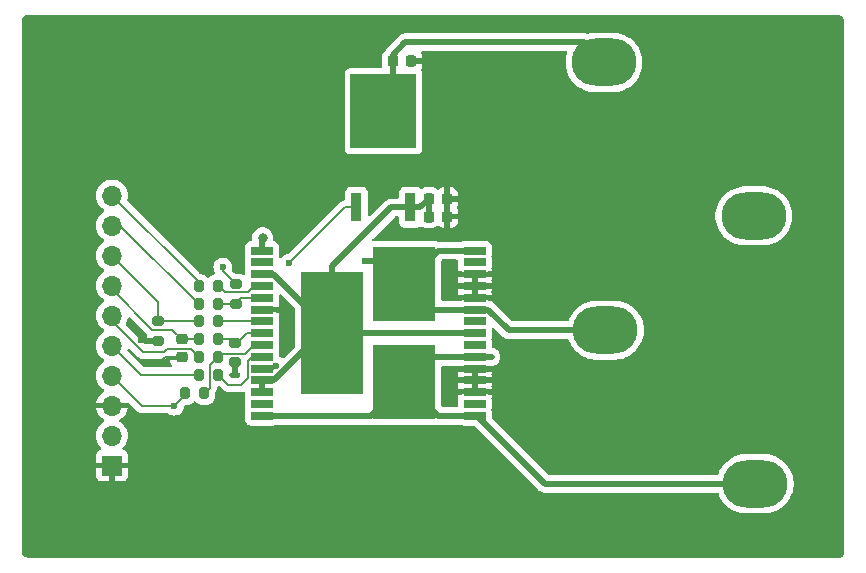
<source format=gbr>
%TF.GenerationSoftware,KiCad,Pcbnew,8.0.7*%
%TF.CreationDate,2025-03-12T19:14:50-04:00*%
%TF.ProjectId,small_hbridge,736d616c-6c5f-4686-9272-696467652e6b,rev?*%
%TF.SameCoordinates,Original*%
%TF.FileFunction,Copper,L1,Top*%
%TF.FilePolarity,Positive*%
%FSLAX46Y46*%
G04 Gerber Fmt 4.6, Leading zero omitted, Abs format (unit mm)*
G04 Created by KiCad (PCBNEW 8.0.7) date 2025-03-12 19:14:50*
%MOMM*%
%LPD*%
G01*
G04 APERTURE LIST*
G04 Aperture macros list*
%AMRoundRect*
0 Rectangle with rounded corners*
0 $1 Rounding radius*
0 $2 $3 $4 $5 $6 $7 $8 $9 X,Y pos of 4 corners*
0 Add a 4 corners polygon primitive as box body*
4,1,4,$2,$3,$4,$5,$6,$7,$8,$9,$2,$3,0*
0 Add four circle primitives for the rounded corners*
1,1,$1+$1,$2,$3*
1,1,$1+$1,$4,$5*
1,1,$1+$1,$6,$7*
1,1,$1+$1,$8,$9*
0 Add four rect primitives between the rounded corners*
20,1,$1+$1,$2,$3,$4,$5,0*
20,1,$1+$1,$4,$5,$6,$7,0*
20,1,$1+$1,$6,$7,$8,$9,0*
20,1,$1+$1,$8,$9,$2,$3,0*%
G04 Aperture macros list end*
%TA.AperFunction,SMDPad,CuDef*%
%ADD10RoundRect,0.200000X-0.200000X-0.275000X0.200000X-0.275000X0.200000X0.275000X-0.200000X0.275000X0*%
%TD*%
%TA.AperFunction,ComponentPad*%
%ADD11O,5.500000X4.000000*%
%TD*%
%TA.AperFunction,SMDPad,CuDef*%
%ADD12RoundRect,0.225000X0.225000X0.250000X-0.225000X0.250000X-0.225000X-0.250000X0.225000X-0.250000X0*%
%TD*%
%TA.AperFunction,SMDPad,CuDef*%
%ADD13RoundRect,0.225000X-0.250000X0.225000X-0.250000X-0.225000X0.250000X-0.225000X0.250000X0.225000X0*%
%TD*%
%TA.AperFunction,SMDPad,CuDef*%
%ADD14RoundRect,0.200000X0.275000X-0.200000X0.275000X0.200000X-0.275000X0.200000X-0.275000X-0.200000X0*%
%TD*%
%TA.AperFunction,SMDPad,CuDef*%
%ADD15R,0.939800X2.489200*%
%TD*%
%TA.AperFunction,SMDPad,CuDef*%
%ADD16R,5.562600X6.299200*%
%TD*%
%TA.AperFunction,ComponentPad*%
%ADD17R,1.700000X1.700000*%
%TD*%
%TA.AperFunction,ComponentPad*%
%ADD18O,1.700000X1.700000*%
%TD*%
%TA.AperFunction,SMDPad,CuDef*%
%ADD19R,1.854200X0.635000*%
%TD*%
%TA.AperFunction,SMDPad,CuDef*%
%ADD20R,5.257800X10.300000*%
%TD*%
%TA.AperFunction,SMDPad,CuDef*%
%ADD21R,5.257800X6.223000*%
%TD*%
%TA.AperFunction,ViaPad*%
%ADD22C,0.600000*%
%TD*%
%TA.AperFunction,ViaPad*%
%ADD23C,0.800000*%
%TD*%
%TA.AperFunction,Conductor*%
%ADD24C,0.200000*%
%TD*%
%TA.AperFunction,Conductor*%
%ADD25C,0.500000*%
%TD*%
G04 APERTURE END LIST*
D10*
%TO.P,R10,1*%
%TO.N,VDD*%
X159718549Y-94625001D03*
%TO.P,R10,2*%
%TO.N,Net-(U1-ENB{slash}DIAGB)*%
X161368549Y-94625001D03*
%TD*%
D11*
%TO.P,J1,1,Pin_1*%
%TO.N,OUTA*%
X195318500Y-89289000D03*
%TO.P,J1,2,Pin_2*%
%TO.N,OUTB*%
X207998500Y-102289000D03*
%TD*%
D10*
%TO.P,R4,1*%
%TO.N,INB*%
X160868549Y-93050001D03*
%TO.P,R4,2*%
%TO.N,Net-(U1-INB)*%
X162518549Y-93050001D03*
%TD*%
%TO.P,R6,1*%
%TO.N,CURRSNS*%
X160868549Y-90050001D03*
%TO.P,R6,2*%
%TO.N,Net-(U1-CS)*%
X162518549Y-90050001D03*
%TD*%
D11*
%TO.P,J2,1,Pin_1*%
%TO.N,12v*%
X195195000Y-66625000D03*
%TO.P,J2,2,Pin_2*%
%TO.N,GNDPWR*%
X207875000Y-79625000D03*
%TD*%
D10*
%TO.P,R5,1*%
%TO.N,PWM*%
X160868549Y-88550001D03*
%TO.P,R5,2*%
%TO.N,Net-(U1-PWM)*%
X162518549Y-88550001D03*
%TD*%
D12*
%TO.P,C4,1*%
%TO.N,GND*%
X181918549Y-78175001D03*
%TO.P,C4,2*%
%TO.N,12v'*%
X180368549Y-78175001D03*
%TD*%
D10*
%TO.P,R2,1*%
%TO.N,ENB*%
X160868549Y-91525001D03*
%TO.P,R2,2*%
%TO.N,Net-(U1-ENB{slash}DIAGB)*%
X162518549Y-91525001D03*
%TD*%
%TO.P,R1,1*%
%TO.N,ENA*%
X160868549Y-87050001D03*
%TO.P,R1,2*%
%TO.N,Net-(U1-ENA{slash}DIAGA)*%
X162518549Y-87050001D03*
%TD*%
%TO.P,R3,1*%
%TO.N,INA*%
X160868549Y-85550001D03*
%TO.P,R3,2*%
%TO.N,Net-(U1-INA)*%
X162518549Y-85550001D03*
%TD*%
D13*
%TO.P,C2,1*%
%TO.N,CURRSNS*%
X159443549Y-90050001D03*
%TO.P,C2,2*%
%TO.N,GND*%
X159443549Y-91600001D03*
%TD*%
D14*
%TO.P,R9,1*%
%TO.N,Net-(U1-ENA{slash}DIAGA)*%
X163993549Y-87050001D03*
%TO.P,R9,2*%
%TO.N,VDD*%
X163993549Y-85400001D03*
%TD*%
D12*
%TO.P,C5,1*%
%TO.N,GND*%
X178868549Y-66500001D03*
%TO.P,C5,2*%
%TO.N,12v*%
X177318549Y-66500001D03*
%TD*%
D14*
%TO.P,R7,1*%
%TO.N,GND*%
X163968549Y-92025001D03*
%TO.P,R7,2*%
%TO.N,Net-(U1-CS)*%
X163968549Y-90375001D03*
%TD*%
D12*
%TO.P,C3,1*%
%TO.N,GND*%
X181918549Y-79675001D03*
%TO.P,C3,2*%
%TO.N,12v'*%
X180368549Y-79675001D03*
%TD*%
D15*
%TO.P,U2,1,1*%
%TO.N,Net-(U1-CP)*%
X174232549Y-78904201D03*
%TO.P,U2,2,2*%
%TO.N,12v'*%
X178804549Y-78904201D03*
D16*
%TO.P,U2,3,3*%
%TO.N,12v*%
X176518549Y-70750801D03*
%TD*%
D14*
%TO.P,R8,1*%
%TO.N,GND*%
X157443549Y-90200001D03*
%TO.P,R8,2*%
%TO.N,PWM*%
X157443549Y-88550001D03*
%TD*%
D17*
%TO.P,J4,1,Pin_1*%
%TO.N,GND*%
X153525000Y-100755000D03*
D18*
%TO.P,J4,2,Pin_2*%
%TO.N,unconnected-(J4-Pin_2-Pad2)*%
X153525000Y-98215000D03*
%TO.P,J4,3,Pin_3*%
%TO.N,GND*%
X153525000Y-95675000D03*
%TO.P,J4,4,Pin_4*%
%TO.N,VDD*%
X153525000Y-93135000D03*
%TO.P,J4,5,Pin_5*%
%TO.N,INB*%
X153525000Y-90595000D03*
%TO.P,J4,6,Pin_6*%
%TO.N,ENB*%
X153525000Y-88055000D03*
%TO.P,J4,7,Pin_7*%
%TO.N,CURRSNS*%
X153525000Y-85515000D03*
%TO.P,J4,8,Pin_8*%
%TO.N,PWM*%
X153525000Y-82975000D03*
%TO.P,J4,9,Pin_9*%
%TO.N,ENA*%
X153525000Y-80435000D03*
%TO.P,J4,10,Pin_10*%
%TO.N,INA*%
X153525000Y-77895000D03*
%TD*%
D19*
%TO.P,U1,1,OUTA*%
%TO.N,OUTA*%
X166243549Y-82550001D03*
%TO.P,U1,2,NC*%
%TO.N,unconnected-(U1-NC-Pad2)*%
X166243549Y-83549999D03*
%TO.P,U1,3,VCC*%
%TO.N,12v'*%
X166243549Y-84550000D03*
%TO.P,U1,4,INA*%
%TO.N,Net-(U1-INA)*%
X166243549Y-85550000D03*
%TO.P,U1,5,ENA/DIAGA*%
%TO.N,Net-(U1-ENA{slash}DIAGA)*%
X166243549Y-86550001D03*
%TO.P,U1,6,CS_DIS*%
%TO.N,GND*%
X166243549Y-87549999D03*
%TO.P,U1,7,PWM*%
%TO.N,Net-(U1-PWM)*%
X166243549Y-88549999D03*
%TO.P,U1,8,CS*%
%TO.N,Net-(U1-CS)*%
X166243549Y-89550000D03*
%TO.P,U1,9,ENB/DIAGB*%
%TO.N,Net-(U1-ENB{slash}DIAGB)*%
X166243549Y-90550001D03*
%TO.P,U1,10,INB*%
%TO.N,Net-(U1-INB)*%
X166243549Y-91550001D03*
%TO.P,U1,11,CP*%
%TO.N,Net-(U1-CP)*%
X166243549Y-92549999D03*
%TO.P,U1,12,VBAT*%
%TO.N,12v'*%
X166243549Y-93550000D03*
%TO.P,U1,13,VCC*%
X166243549Y-94550000D03*
%TO.P,U1,14,NC*%
%TO.N,unconnected-(U1-NC-Pad14)*%
X166243549Y-95550001D03*
%TO.P,U1,15,OUTB*%
%TO.N,OUTB*%
X166243549Y-96550001D03*
%TO.P,U1,16,OUTB*%
X184252149Y-96549999D03*
%TO.P,U1,17,NC*%
%TO.N,unconnected-(U1-NC-Pad17)*%
X184252149Y-95550001D03*
%TO.P,U1,18,GNDB*%
%TO.N,GND*%
X184252149Y-94550000D03*
%TO.P,U1,19,GNDB*%
X184252149Y-93550000D03*
%TO.P,U1,20,GNDB*%
X184252149Y-92549999D03*
%TO.P,U1,21,OUTB*%
%TO.N,OUTB*%
X184252149Y-91550001D03*
%TO.P,U1,22,NC*%
%TO.N,unconnected-(U1-NC-Pad22)*%
X184252149Y-90550001D03*
%TO.P,U1,23,VCC*%
%TO.N,12v'*%
X184252149Y-89550000D03*
%TO.P,U1,24,NC*%
%TO.N,unconnected-(U1-NC-Pad24)*%
X184252149Y-88549999D03*
%TO.P,U1,25,OUTA*%
%TO.N,OUTA*%
X184252149Y-87549999D03*
%TO.P,U1,26,GNDA*%
%TO.N,GND*%
X184252149Y-86550001D03*
%TO.P,U1,27,GNDA*%
X184252149Y-85550000D03*
%TO.P,U1,28,GNDA*%
X184252149Y-84550000D03*
%TO.P,U1,29,NC*%
%TO.N,unconnected-(U1-NC-Pad29)*%
X184252149Y-83549999D03*
%TO.P,U1,30,OUTA*%
%TO.N,OUTA*%
X184252149Y-82549999D03*
D20*
%TO.P,U1,31,VCC*%
%TO.N,12v'*%
X172197850Y-89550000D03*
D21*
%TO.P,U1,32,OUTA*%
%TO.N,OUTA*%
X178297848Y-85385000D03*
%TO.P,U1,33,OUTB*%
%TO.N,OUTB*%
X178297848Y-93715000D03*
%TD*%
D22*
%TO.N,GND*%
X157568549Y-92025001D03*
X168268549Y-87725001D03*
X163968549Y-93125001D03*
X155968549Y-90125001D03*
%TO.N,OUTA*%
X174943549Y-83475001D03*
D23*
X166293549Y-81475001D03*
D22*
%TO.N,VDD*%
X158818549Y-95725001D03*
X162918549Y-83950001D03*
%TO.N,Net-(U1-CP)*%
X167438218Y-92294670D03*
X168531049Y-83637501D03*
%TD*%
D24*
%TO.N,GND*%
X159443549Y-91600001D02*
X157993549Y-91600001D01*
X156043549Y-90200001D02*
X155968549Y-90125001D01*
X157443549Y-90200001D02*
X156043549Y-90200001D01*
X163968549Y-92025001D02*
X163968549Y-93125001D01*
X168093547Y-87549999D02*
X168268549Y-87725001D01*
X157993549Y-91600001D02*
X157568549Y-92025001D01*
X166243549Y-87549999D02*
X168093547Y-87549999D01*
D25*
%TO.N,12v'*%
X172197850Y-89550000D02*
X171243549Y-89550000D01*
X166243549Y-93550000D02*
X166243549Y-94550000D01*
X172197850Y-89550000D02*
X167197850Y-84550000D01*
X177193649Y-78904201D02*
X178804549Y-78904201D01*
X180368549Y-78175001D02*
X180368549Y-79675001D01*
X172197850Y-89550000D02*
X184252149Y-89550000D01*
X179639349Y-78904201D02*
X180368549Y-78175001D01*
X178804549Y-78904201D02*
X179639349Y-78904201D01*
X171243549Y-89550000D02*
X167243549Y-93550000D01*
X172197850Y-83900000D02*
X177193649Y-78904201D01*
X167243549Y-93550000D02*
X166243549Y-93550000D01*
X172197850Y-89550000D02*
X172197850Y-83900000D01*
X167197850Y-84550000D02*
X166243549Y-84550000D01*
D24*
%TO.N,12v*%
X195195000Y-66625000D02*
X194470000Y-65900000D01*
D25*
X177318549Y-66500001D02*
X177318549Y-69950801D01*
X178368549Y-64925001D02*
X193495001Y-64925001D01*
X194470000Y-65900000D02*
X193670000Y-65100000D01*
X177318549Y-69950801D02*
X176518549Y-70750801D01*
X178368549Y-64925001D02*
X177318549Y-65975001D01*
X193495001Y-64925001D02*
X195195000Y-66625000D01*
X177318549Y-65975001D02*
X177318549Y-66500001D01*
%TO.N,OUTB*%
X180462847Y-91550001D02*
X184252149Y-91550001D01*
X175462847Y-96550001D02*
X178297848Y-93715000D01*
X184252149Y-96549999D02*
X184435699Y-96549999D01*
X181132847Y-96549999D02*
X178297848Y-93715000D01*
X166243549Y-96550001D02*
X175462847Y-96550001D01*
X184252149Y-91550001D02*
X185679249Y-91550001D01*
D24*
X178297848Y-93715000D02*
X180462847Y-91550001D01*
D25*
X184435699Y-96549999D02*
X190174700Y-102289000D01*
X184252149Y-96549999D02*
X181132847Y-96549999D01*
X190174700Y-102289000D02*
X207998500Y-102289000D01*
%TO.N,OUTA*%
X187118250Y-89289000D02*
X195318500Y-89289000D01*
X176387849Y-83475001D02*
X178297848Y-85385000D01*
X178297848Y-85385000D02*
X181132849Y-82549999D01*
D24*
X166243549Y-81525001D02*
X166293549Y-81475001D01*
D25*
X185379249Y-87549999D02*
X187118250Y-89289000D01*
X181132849Y-82549999D02*
X184252149Y-82549999D01*
X180462847Y-87549999D02*
X184252149Y-87549999D01*
D24*
X178297848Y-85385000D02*
X180462847Y-87549999D01*
D25*
X166243549Y-82550001D02*
X166243549Y-81525001D01*
X174943549Y-83475001D02*
X176387849Y-83475001D01*
X184252149Y-87549999D02*
X185379249Y-87549999D01*
D24*
%TO.N,CURRSNS*%
X153525000Y-85515000D02*
X153525000Y-85819100D01*
X159443549Y-90050001D02*
X160868549Y-90050001D01*
X156955901Y-89250001D02*
X158643549Y-89250001D01*
X158643549Y-89250001D02*
X159443549Y-90050001D01*
X153525000Y-85819100D02*
X156955901Y-89250001D01*
%TO.N,ENB*%
X160193549Y-90850001D02*
X160868549Y-91525001D01*
X156120020Y-91125001D02*
X157918549Y-91125001D01*
X157918549Y-91125001D02*
X158193549Y-90850001D01*
X158193549Y-90850001D02*
X160193549Y-90850001D01*
X153525000Y-88529981D02*
X156120020Y-91125001D01*
X153525000Y-88055000D02*
X153525000Y-88529981D01*
%TO.N,INB*%
X155980001Y-93050001D02*
X160868549Y-93050001D01*
X153525000Y-90595000D02*
X155980001Y-93050001D01*
%TO.N,ENA*%
X154253548Y-80435000D02*
X160868549Y-87050001D01*
X153525000Y-80435000D02*
X154253548Y-80435000D01*
%TO.N,VDD*%
X162918549Y-84325001D02*
X163993549Y-85400001D01*
X159718549Y-94625001D02*
X159718549Y-94825001D01*
X159718549Y-94825001D02*
X158818549Y-95725001D01*
X162918549Y-83950001D02*
X162918549Y-84325001D01*
X153525000Y-93135000D02*
X156115001Y-95725001D01*
X156115001Y-95725001D02*
X158818549Y-95725001D01*
%TO.N,INA*%
X153525000Y-77895000D02*
X160868549Y-85238549D01*
X160868549Y-85238549D02*
X160868549Y-85550001D01*
%TO.N,PWM*%
X157443549Y-86893549D02*
X153525000Y-82975000D01*
X157443549Y-88550001D02*
X160868549Y-88550001D01*
X157443549Y-88550001D02*
X157443549Y-86893549D01*
%TO.N,Net-(U1-ENA{slash}DIAGA)*%
X163993549Y-87050001D02*
X164493549Y-86550001D01*
X164493549Y-86550001D02*
X166243549Y-86550001D01*
X162518549Y-87050001D02*
X163993549Y-87050001D01*
%TO.N,Net-(U1-ENB{slash}DIAGB)*%
X164793549Y-91325001D02*
X165568549Y-90550001D01*
X161368549Y-94625001D02*
X161818549Y-94175001D01*
X161818549Y-92225001D02*
X162518549Y-91525001D01*
X162718549Y-91325001D02*
X164793549Y-91325001D01*
X161818549Y-94175001D02*
X161818549Y-92225001D01*
X165568549Y-90550001D02*
X166243549Y-90550001D01*
X162518549Y-91525001D02*
X162718549Y-91325001D01*
%TO.N,Net-(U1-INA)*%
X163068549Y-86100001D02*
X165018549Y-86100001D01*
X166243548Y-85550001D02*
X166243549Y-85550000D01*
X165018549Y-86100001D02*
X165568550Y-85550000D01*
X162518549Y-85550001D02*
X163068549Y-86100001D01*
X165568550Y-85550000D02*
X166243549Y-85550000D01*
%TO.N,Net-(U1-INB)*%
X165016449Y-91932499D02*
X165398947Y-91550001D01*
X165398947Y-91550001D02*
X166243549Y-91550001D01*
X163393549Y-93925001D02*
X164468549Y-93925001D01*
X162518549Y-93050001D02*
X163393549Y-93925001D01*
X165016449Y-93377101D02*
X165016449Y-91932499D01*
X164468549Y-93925001D02*
X165016449Y-93377101D01*
%TO.N,Net-(U1-PWM)*%
X166243547Y-88550001D02*
X166243549Y-88549999D01*
X162518549Y-88550001D02*
X166243547Y-88550001D01*
%TO.N,Net-(U1-CS)*%
X164118549Y-90375001D02*
X164943550Y-89550000D01*
X164943550Y-89550000D02*
X166243549Y-89550000D01*
X162518549Y-90050001D02*
X163643549Y-90050001D01*
X163643549Y-90050001D02*
X163968549Y-90375001D01*
X163968549Y-90375001D02*
X164118549Y-90375001D01*
%TO.N,Net-(U1-CP)*%
X173264349Y-78904201D02*
X174232549Y-78904201D01*
X168531049Y-83637501D02*
X173264349Y-78904201D01*
X166243549Y-92549999D02*
X167182889Y-92549999D01*
X167182889Y-92549999D02*
X167438218Y-92294670D01*
%TD*%
%TA.AperFunction,Conductor*%
%TO.N,GND*%
G36*
X164161588Y-92044686D02*
G01*
X164207343Y-92097490D01*
X164218549Y-92149001D01*
X164218549Y-92925000D01*
X164291949Y-92925000D01*
X164358988Y-92944685D01*
X164404743Y-92997489D01*
X164415949Y-93049000D01*
X164415949Y-93077003D01*
X164396264Y-93144042D01*
X164379634Y-93164679D01*
X164256131Y-93288183D01*
X164194811Y-93321667D01*
X164168452Y-93324501D01*
X163693646Y-93324501D01*
X163626607Y-93304816D01*
X163605965Y-93288182D01*
X163455368Y-93137585D01*
X163421883Y-93076262D01*
X163419049Y-93049904D01*
X163419049Y-93040367D01*
X163438734Y-92973328D01*
X163491538Y-92927573D01*
X163560696Y-92917629D01*
X163566173Y-92918567D01*
X163636967Y-92925000D01*
X163718548Y-92924999D01*
X163718549Y-92924999D01*
X163718549Y-92149001D01*
X163738234Y-92081962D01*
X163791038Y-92036207D01*
X163842549Y-92025001D01*
X164094549Y-92025001D01*
X164161588Y-92044686D01*
G37*
%TD.AperFunction*%
%TA.AperFunction,Conductor*%
G36*
X154997601Y-90864380D02*
G01*
X155036472Y-90890688D01*
X155635159Y-91489375D01*
X155635169Y-91489386D01*
X155639499Y-91493716D01*
X155639500Y-91493717D01*
X155751304Y-91605521D01*
X155751306Y-91605522D01*
X155751310Y-91605525D01*
X155867105Y-91672378D01*
X155888236Y-91684578D01*
X156000039Y-91714535D01*
X156040962Y-91725501D01*
X156040963Y-91725501D01*
X157831880Y-91725501D01*
X157831896Y-91725502D01*
X157839492Y-91725502D01*
X157997603Y-91725502D01*
X157997606Y-91725502D01*
X158150334Y-91684578D01*
X158220322Y-91644170D01*
X158220830Y-91643877D01*
X158287258Y-91605525D01*
X158287257Y-91605525D01*
X158287265Y-91605521D01*
X158399069Y-91493717D01*
X158399069Y-91493716D01*
X158405966Y-91486820D01*
X158467289Y-91453335D01*
X158493647Y-91450501D01*
X159319549Y-91450501D01*
X159386588Y-91470186D01*
X159432343Y-91522990D01*
X159443549Y-91574501D01*
X159443549Y-91726001D01*
X159423864Y-91793040D01*
X159371060Y-91838795D01*
X159319549Y-91850001D01*
X158468550Y-91850001D01*
X158468550Y-91873323D01*
X158478693Y-91972608D01*
X158532001Y-92133482D01*
X158532006Y-92133493D01*
X158610287Y-92260404D01*
X158628728Y-92327796D01*
X158607806Y-92394459D01*
X158554164Y-92439229D01*
X158504749Y-92449501D01*
X156280099Y-92449501D01*
X156213060Y-92429816D01*
X156192418Y-92413182D01*
X154857766Y-91078531D01*
X154824281Y-91017208D01*
X154825672Y-90958759D01*
X154829016Y-90946278D01*
X154865379Y-90886617D01*
X154928226Y-90856086D01*
X154997601Y-90864380D01*
G37*
%TD.AperFunction*%
%TA.AperFunction,Conductor*%
G36*
X167876351Y-86290315D02*
G01*
X167882829Y-86296347D01*
X169032131Y-87445649D01*
X169065616Y-87506972D01*
X169068450Y-87533330D01*
X169068450Y-90612368D01*
X169048765Y-90679407D01*
X169032131Y-90700049D01*
X168088302Y-91643877D01*
X168026979Y-91677362D01*
X167957287Y-91672378D01*
X167934649Y-91661190D01*
X167787742Y-91568882D01*
X167787741Y-91568881D01*
X167754192Y-91557142D01*
X167697417Y-91516420D01*
X167671670Y-91451467D01*
X167671148Y-91440101D01*
X167671148Y-91184630D01*
X167671147Y-91184624D01*
X167668115Y-91156416D01*
X167664740Y-91125018D01*
X167664739Y-91125015D01*
X167652923Y-91093334D01*
X167647938Y-91023643D01*
X167652920Y-91006671D01*
X167664740Y-90974984D01*
X167671149Y-90915374D01*
X167671148Y-90184629D01*
X167664740Y-90125018D01*
X167663818Y-90122545D01*
X167652923Y-90093334D01*
X167647938Y-90023643D01*
X167652919Y-90006676D01*
X167664740Y-89974983D01*
X167671149Y-89915373D01*
X167671148Y-89184628D01*
X167664740Y-89125017D01*
X167661942Y-89117515D01*
X167652923Y-89093333D01*
X167647938Y-89023642D01*
X167652919Y-89006675D01*
X167664740Y-88974982D01*
X167671149Y-88915372D01*
X167671148Y-88184627D01*
X167664740Y-88125016D01*
X167652655Y-88092616D01*
X167647670Y-88022928D01*
X167652657Y-88005945D01*
X167664247Y-87974873D01*
X167670648Y-87915343D01*
X167670649Y-87915326D01*
X167670649Y-87799999D01*
X167465315Y-87799999D01*
X167422325Y-87789023D01*
X167421289Y-87791803D01*
X167412982Y-87788704D01*
X167412980Y-87788703D01*
X167308421Y-87749705D01*
X167278130Y-87738407D01*
X167218532Y-87732000D01*
X167218530Y-87731999D01*
X167218522Y-87731999D01*
X167218514Y-87731999D01*
X166367549Y-87731999D01*
X166300510Y-87712314D01*
X166254755Y-87659510D01*
X166243549Y-87607999D01*
X166243549Y-87492000D01*
X166263234Y-87424961D01*
X166316038Y-87379206D01*
X166367546Y-87368000D01*
X167218521Y-87368000D01*
X167278132Y-87361592D01*
X167421290Y-87308198D01*
X167422323Y-87310970D01*
X167465321Y-87299999D01*
X167670649Y-87299999D01*
X167670649Y-87184671D01*
X167670648Y-87184654D01*
X167664247Y-87125126D01*
X167664245Y-87125118D01*
X167652657Y-87094049D01*
X167647672Y-87024357D01*
X167652651Y-87007393D01*
X167664740Y-86974984D01*
X167671149Y-86915374D01*
X167671148Y-86384027D01*
X167690832Y-86316989D01*
X167743636Y-86271234D01*
X167812795Y-86261290D01*
X167876351Y-86290315D01*
G37*
%TD.AperFunction*%
%TA.AperFunction,Conductor*%
G36*
X155071184Y-88214519D02*
G01*
X155783059Y-88926395D01*
X156482441Y-89625777D01*
X156515926Y-89687100D01*
X156513146Y-89750348D01*
X156474957Y-89872899D01*
X156468549Y-89943428D01*
X156468549Y-89950001D01*
X157319549Y-89950001D01*
X157386588Y-89969686D01*
X157432343Y-90022490D01*
X157443549Y-90074001D01*
X157443549Y-90326001D01*
X157423864Y-90393040D01*
X157371060Y-90438795D01*
X157319549Y-90450001D01*
X156468106Y-90450001D01*
X156407758Y-90482953D01*
X156338067Y-90477967D01*
X156293721Y-90449467D01*
X154721648Y-88877394D01*
X154688163Y-88816071D01*
X154693147Y-88746379D01*
X154696947Y-88737308D01*
X154733997Y-88657853D01*
X154798903Y-88518663D01*
X154860063Y-88290408D01*
X154860064Y-88290395D01*
X154861002Y-88285079D01*
X154862356Y-88285317D01*
X154885417Y-88226339D01*
X154942002Y-88185352D01*
X155011764Y-88181464D01*
X155071184Y-88214519D01*
G37*
%TD.AperFunction*%
%TA.AperFunction,Conductor*%
G36*
X146466246Y-62576255D02*
G01*
X146466248Y-62576254D01*
X215018398Y-62624788D01*
X215032274Y-62625577D01*
X215122567Y-62635811D01*
X215149622Y-62642003D01*
X215228777Y-62669750D01*
X215253776Y-62681805D01*
X215324770Y-62726458D01*
X215346463Y-62743771D01*
X215405753Y-62803102D01*
X215423051Y-62824807D01*
X215467656Y-62895835D01*
X215479693Y-62920843D01*
X215507382Y-63000010D01*
X215513556Y-63027069D01*
X215523721Y-63117315D01*
X215524500Y-63131194D01*
X215524500Y-108025793D01*
X215524499Y-108025811D01*
X215524499Y-108092327D01*
X215523719Y-108106215D01*
X215513531Y-108196607D01*
X215507346Y-108223692D01*
X215479609Y-108302920D01*
X215467552Y-108327944D01*
X215422871Y-108399016D01*
X215405543Y-108420731D01*
X215346164Y-108480068D01*
X215324438Y-108497380D01*
X215253335Y-108542012D01*
X215228302Y-108554052D01*
X215188676Y-108567893D01*
X215149047Y-108581735D01*
X215121969Y-108587899D01*
X215031625Y-108598017D01*
X215017750Y-108598787D01*
X214960753Y-108598746D01*
X214958754Y-108598745D01*
X214958751Y-108598745D01*
X214958749Y-108598744D01*
X146406599Y-108550210D01*
X146392723Y-108549421D01*
X146302433Y-108539188D01*
X146275377Y-108532996D01*
X146196222Y-108505249D01*
X146171223Y-108493194D01*
X146100229Y-108448541D01*
X146078536Y-108431228D01*
X146019246Y-108371897D01*
X146001948Y-108350192D01*
X145987976Y-108327944D01*
X145957342Y-108279163D01*
X145945306Y-108254156D01*
X145930035Y-108210495D01*
X145917616Y-108174987D01*
X145911443Y-108147929D01*
X145901279Y-108057682D01*
X145900500Y-108043804D01*
X145900500Y-77894999D01*
X152169341Y-77894999D01*
X152169341Y-77895000D01*
X152189936Y-78130403D01*
X152189938Y-78130413D01*
X152251094Y-78358655D01*
X152251096Y-78358659D01*
X152251097Y-78358663D01*
X152281416Y-78423682D01*
X152350965Y-78572830D01*
X152350967Y-78572834D01*
X152486501Y-78766395D01*
X152486506Y-78766402D01*
X152653597Y-78933493D01*
X152653603Y-78933498D01*
X152839158Y-79063425D01*
X152882783Y-79118002D01*
X152889977Y-79187500D01*
X152858454Y-79249855D01*
X152839158Y-79266575D01*
X152653597Y-79396505D01*
X152486505Y-79563597D01*
X152350965Y-79757169D01*
X152350964Y-79757171D01*
X152251098Y-79971335D01*
X152251094Y-79971344D01*
X152189938Y-80199586D01*
X152189936Y-80199596D01*
X152169341Y-80434999D01*
X152169341Y-80435000D01*
X152189936Y-80670403D01*
X152189938Y-80670413D01*
X152251094Y-80898655D01*
X152251096Y-80898659D01*
X152251097Y-80898663D01*
X152271672Y-80942786D01*
X152350965Y-81112830D01*
X152350967Y-81112834D01*
X152459281Y-81267521D01*
X152477698Y-81293824D01*
X152486501Y-81306395D01*
X152486506Y-81306402D01*
X152653597Y-81473493D01*
X152653603Y-81473498D01*
X152839158Y-81603425D01*
X152882783Y-81658002D01*
X152889977Y-81727500D01*
X152858454Y-81789855D01*
X152839158Y-81806575D01*
X152653597Y-81936505D01*
X152486505Y-82103597D01*
X152350965Y-82297169D01*
X152350964Y-82297171D01*
X152251098Y-82511335D01*
X152251094Y-82511344D01*
X152189938Y-82739586D01*
X152189936Y-82739596D01*
X152169341Y-82974999D01*
X152169341Y-82975000D01*
X152189936Y-83210403D01*
X152189938Y-83210413D01*
X152251094Y-83438655D01*
X152251096Y-83438659D01*
X152251097Y-83438663D01*
X152300452Y-83544505D01*
X152350965Y-83652830D01*
X152350967Y-83652834D01*
X152424503Y-83757853D01*
X152472277Y-83826082D01*
X152486501Y-83846395D01*
X152486506Y-83846402D01*
X152653597Y-84013493D01*
X152653603Y-84013498D01*
X152839158Y-84143425D01*
X152882783Y-84198002D01*
X152889977Y-84267500D01*
X152858454Y-84329855D01*
X152839158Y-84346575D01*
X152653597Y-84476505D01*
X152486505Y-84643597D01*
X152350965Y-84837169D01*
X152350964Y-84837171D01*
X152251098Y-85051335D01*
X152251094Y-85051344D01*
X152189938Y-85279586D01*
X152189936Y-85279596D01*
X152169341Y-85514999D01*
X152169341Y-85515000D01*
X152189936Y-85750403D01*
X152189938Y-85750413D01*
X152251094Y-85978655D01*
X152251096Y-85978659D01*
X152251097Y-85978663D01*
X152302940Y-86089840D01*
X152350965Y-86192830D01*
X152350967Y-86192834D01*
X152423448Y-86296347D01*
X152484843Y-86384028D01*
X152486501Y-86386395D01*
X152486506Y-86386402D01*
X152653597Y-86553493D01*
X152653603Y-86553498D01*
X152839158Y-86683425D01*
X152882783Y-86738002D01*
X152889977Y-86807500D01*
X152858454Y-86869855D01*
X152839158Y-86886575D01*
X152653597Y-87016505D01*
X152486505Y-87183597D01*
X152350965Y-87377169D01*
X152350964Y-87377171D01*
X152251098Y-87591335D01*
X152251094Y-87591344D01*
X152189938Y-87819586D01*
X152189936Y-87819596D01*
X152169341Y-88054999D01*
X152169341Y-88055000D01*
X152189936Y-88290403D01*
X152189938Y-88290413D01*
X152251094Y-88518655D01*
X152251096Y-88518659D01*
X152251097Y-88518663D01*
X152316003Y-88657853D01*
X152350965Y-88732830D01*
X152350967Y-88732834D01*
X152409251Y-88816071D01*
X152478782Y-88915372D01*
X152486501Y-88926395D01*
X152486506Y-88926402D01*
X152653597Y-89093493D01*
X152653603Y-89093498D01*
X152839158Y-89223425D01*
X152882783Y-89278002D01*
X152889977Y-89347500D01*
X152858454Y-89409855D01*
X152839158Y-89426575D01*
X152653597Y-89556505D01*
X152486505Y-89723597D01*
X152350965Y-89917169D01*
X152350964Y-89917171D01*
X152251098Y-90131335D01*
X152251094Y-90131344D01*
X152189938Y-90359586D01*
X152189936Y-90359596D01*
X152169341Y-90594999D01*
X152169341Y-90595000D01*
X152189936Y-90830403D01*
X152189938Y-90830413D01*
X152251094Y-91058655D01*
X152251096Y-91058659D01*
X152251097Y-91058663D01*
X152282038Y-91125015D01*
X152350965Y-91272830D01*
X152350967Y-91272834D01*
X152486501Y-91466395D01*
X152486506Y-91466402D01*
X152653597Y-91633493D01*
X152653603Y-91633498D01*
X152839158Y-91763425D01*
X152882783Y-91818002D01*
X152889977Y-91887500D01*
X152858454Y-91949855D01*
X152839158Y-91966575D01*
X152653597Y-92096505D01*
X152486505Y-92263597D01*
X152350965Y-92457169D01*
X152350964Y-92457171D01*
X152251098Y-92671335D01*
X152251094Y-92671344D01*
X152189938Y-92899586D01*
X152189936Y-92899596D01*
X152169341Y-93134999D01*
X152169341Y-93135000D01*
X152189936Y-93370403D01*
X152189938Y-93370413D01*
X152251094Y-93598655D01*
X152251096Y-93598659D01*
X152251097Y-93598663D01*
X152278564Y-93657565D01*
X152350965Y-93812830D01*
X152350967Y-93812834D01*
X152486501Y-94006395D01*
X152486506Y-94006402D01*
X152653597Y-94173493D01*
X152653603Y-94173498D01*
X152741403Y-94234976D01*
X152825289Y-94293714D01*
X152839594Y-94303730D01*
X152883219Y-94358307D01*
X152890413Y-94427805D01*
X152858890Y-94490160D01*
X152839595Y-94506880D01*
X152653922Y-94636890D01*
X152653920Y-94636891D01*
X152486891Y-94803920D01*
X152486886Y-94803926D01*
X152351400Y-94997420D01*
X152351399Y-94997422D01*
X152251570Y-95211507D01*
X152251567Y-95211513D01*
X152194364Y-95424999D01*
X152194364Y-95425000D01*
X153091988Y-95425000D01*
X153059075Y-95482007D01*
X153025000Y-95609174D01*
X153025000Y-95740826D01*
X153059075Y-95867993D01*
X153091988Y-95925000D01*
X152194364Y-95925000D01*
X152251567Y-96138486D01*
X152251570Y-96138492D01*
X152351399Y-96352578D01*
X152486894Y-96546082D01*
X152653917Y-96713105D01*
X152839595Y-96843119D01*
X152883219Y-96897696D01*
X152890412Y-96967195D01*
X152858890Y-97029549D01*
X152839595Y-97046269D01*
X152653594Y-97176508D01*
X152486505Y-97343597D01*
X152350965Y-97537169D01*
X152350964Y-97537171D01*
X152251098Y-97751335D01*
X152251094Y-97751344D01*
X152189938Y-97979586D01*
X152189936Y-97979596D01*
X152169341Y-98214999D01*
X152169341Y-98215000D01*
X152189936Y-98450403D01*
X152189938Y-98450413D01*
X152251094Y-98678655D01*
X152251096Y-98678659D01*
X152251097Y-98678663D01*
X152350965Y-98892830D01*
X152350967Y-98892834D01*
X152459281Y-99047521D01*
X152486501Y-99086396D01*
X152486506Y-99086402D01*
X152608818Y-99208714D01*
X152642303Y-99270037D01*
X152637319Y-99339729D01*
X152595447Y-99395662D01*
X152564471Y-99412577D01*
X152432912Y-99461646D01*
X152432906Y-99461649D01*
X152317812Y-99547809D01*
X152317809Y-99547812D01*
X152231649Y-99662906D01*
X152231645Y-99662913D01*
X152181403Y-99797620D01*
X152181401Y-99797627D01*
X152175000Y-99857155D01*
X152175000Y-100505000D01*
X153091988Y-100505000D01*
X153059075Y-100562007D01*
X153025000Y-100689174D01*
X153025000Y-100820826D01*
X153059075Y-100947993D01*
X153091988Y-101005000D01*
X152175000Y-101005000D01*
X152175000Y-101652844D01*
X152181401Y-101712372D01*
X152181403Y-101712379D01*
X152231645Y-101847086D01*
X152231649Y-101847093D01*
X152317809Y-101962187D01*
X152317812Y-101962190D01*
X152432906Y-102048350D01*
X152432913Y-102048354D01*
X152567620Y-102098596D01*
X152567627Y-102098598D01*
X152627155Y-102104999D01*
X152627172Y-102105000D01*
X153275000Y-102105000D01*
X153275000Y-101188012D01*
X153332007Y-101220925D01*
X153459174Y-101255000D01*
X153590826Y-101255000D01*
X153717993Y-101220925D01*
X153775000Y-101188012D01*
X153775000Y-102105000D01*
X154422828Y-102105000D01*
X154422844Y-102104999D01*
X154482372Y-102098598D01*
X154482379Y-102098596D01*
X154617086Y-102048354D01*
X154617093Y-102048350D01*
X154732187Y-101962190D01*
X154732190Y-101962187D01*
X154818350Y-101847093D01*
X154818354Y-101847086D01*
X154868596Y-101712379D01*
X154868598Y-101712372D01*
X154874999Y-101652844D01*
X154875000Y-101652827D01*
X154875000Y-101005000D01*
X153958012Y-101005000D01*
X153990925Y-100947993D01*
X154025000Y-100820826D01*
X154025000Y-100689174D01*
X153990925Y-100562007D01*
X153958012Y-100505000D01*
X154875000Y-100505000D01*
X154875000Y-99857172D01*
X154874999Y-99857155D01*
X154868598Y-99797627D01*
X154868596Y-99797620D01*
X154818354Y-99662913D01*
X154818350Y-99662906D01*
X154732190Y-99547812D01*
X154732187Y-99547809D01*
X154617093Y-99461649D01*
X154617088Y-99461646D01*
X154485528Y-99412577D01*
X154429595Y-99370705D01*
X154405178Y-99305241D01*
X154420030Y-99236968D01*
X154441175Y-99208720D01*
X154563495Y-99086401D01*
X154699035Y-98892830D01*
X154798903Y-98678663D01*
X154860063Y-98450408D01*
X154880659Y-98215000D01*
X154860063Y-97979592D01*
X154798903Y-97751337D01*
X154699035Y-97537171D01*
X154594363Y-97387682D01*
X154563494Y-97343597D01*
X154396402Y-97176506D01*
X154396401Y-97176505D01*
X154210405Y-97046269D01*
X154166781Y-96991692D01*
X154159588Y-96922193D01*
X154191110Y-96859839D01*
X154210405Y-96843119D01*
X154396082Y-96713105D01*
X154563105Y-96546082D01*
X154698600Y-96352578D01*
X154798429Y-96138492D01*
X154798432Y-96138486D01*
X154855636Y-95925000D01*
X153958012Y-95925000D01*
X153990925Y-95867993D01*
X154025000Y-95740826D01*
X154025000Y-95609174D01*
X153990925Y-95482007D01*
X153958012Y-95425000D01*
X154914402Y-95425000D01*
X154981441Y-95444685D01*
X155002083Y-95461319D01*
X155746285Y-96205521D01*
X155746287Y-96205522D01*
X155746291Y-96205525D01*
X155883210Y-96284574D01*
X155883217Y-96284578D01*
X156035944Y-96325502D01*
X156035946Y-96325502D01*
X156201655Y-96325502D01*
X156201671Y-96325501D01*
X158236137Y-96325501D01*
X158303176Y-96345186D01*
X158313452Y-96352556D01*
X158316285Y-96354815D01*
X158316287Y-96354817D01*
X158469027Y-96450790D01*
X158639294Y-96510369D01*
X158639299Y-96510370D01*
X158818545Y-96530566D01*
X158818549Y-96530566D01*
X158818553Y-96530566D01*
X158997798Y-96510370D01*
X158997801Y-96510369D01*
X158997804Y-96510369D01*
X159168071Y-96450790D01*
X159320811Y-96354817D01*
X159448365Y-96227263D01*
X159544338Y-96074523D01*
X159603917Y-95904256D01*
X159613710Y-95817330D01*
X159640775Y-95752919D01*
X159649239Y-95743545D01*
X159755966Y-95636819D01*
X159817289Y-95603335D01*
X159843646Y-95600501D01*
X159975162Y-95600501D01*
X159975165Y-95600501D01*
X160045745Y-95594087D01*
X160208155Y-95543479D01*
X160353734Y-95455473D01*
X160384208Y-95424999D01*
X160455868Y-95353340D01*
X160517191Y-95319855D01*
X160586883Y-95324839D01*
X160631230Y-95353340D01*
X160733360Y-95455470D01*
X160733362Y-95455471D01*
X160733364Y-95455473D01*
X160878943Y-95543479D01*
X161041353Y-95594087D01*
X161111933Y-95600501D01*
X161111936Y-95600501D01*
X161625162Y-95600501D01*
X161625165Y-95600501D01*
X161695745Y-95594087D01*
X161858155Y-95543479D01*
X162003734Y-95455473D01*
X162124021Y-95335186D01*
X162212027Y-95189607D01*
X162262635Y-95027197D01*
X162269049Y-94956617D01*
X162269049Y-94624931D01*
X162288734Y-94557892D01*
X162294677Y-94549439D01*
X162299061Y-94543724D01*
X162299069Y-94543717D01*
X162349547Y-94456285D01*
X162378126Y-94406786D01*
X162419049Y-94254058D01*
X162419049Y-94149501D01*
X162438734Y-94082462D01*
X162491538Y-94036707D01*
X162543049Y-94025501D01*
X162593452Y-94025501D01*
X162660491Y-94045186D01*
X162681133Y-94061820D01*
X162908688Y-94289375D01*
X162908698Y-94289386D01*
X162913028Y-94293716D01*
X162913029Y-94293717D01*
X163024833Y-94405521D01*
X163111644Y-94455640D01*
X163111646Y-94455642D01*
X163136624Y-94470063D01*
X163161764Y-94484578D01*
X163314492Y-94525502D01*
X163314495Y-94525502D01*
X163480202Y-94525502D01*
X163480218Y-94525501D01*
X164381880Y-94525501D01*
X164381896Y-94525502D01*
X164389492Y-94525502D01*
X164547604Y-94525502D01*
X164547606Y-94525502D01*
X164659856Y-94495424D01*
X164729704Y-94497086D01*
X164787567Y-94536247D01*
X164815072Y-94600476D01*
X164815949Y-94615198D01*
X164815949Y-94915369D01*
X164815950Y-94915376D01*
X164822357Y-94974983D01*
X164834175Y-95006668D01*
X164839159Y-95076360D01*
X164834176Y-95093331D01*
X164822357Y-95125019D01*
X164816984Y-95175000D01*
X164815950Y-95184624D01*
X164815949Y-95184637D01*
X164815949Y-95915371D01*
X164815950Y-95915377D01*
X164822357Y-95974983D01*
X164824977Y-95982007D01*
X164834173Y-96006663D01*
X164834175Y-96006667D01*
X164839159Y-96076359D01*
X164834175Y-96093332D01*
X164822359Y-96125012D01*
X164822359Y-96125015D01*
X164822358Y-96125018D01*
X164815949Y-96184628D01*
X164815949Y-96184635D01*
X164815949Y-96184636D01*
X164815949Y-96915371D01*
X164815950Y-96915377D01*
X164822357Y-96974984D01*
X164872651Y-97109829D01*
X164872655Y-97109836D01*
X164958901Y-97225045D01*
X164958904Y-97225048D01*
X165074113Y-97311294D01*
X165074120Y-97311298D01*
X165208966Y-97361592D01*
X165208965Y-97361592D01*
X165215893Y-97362336D01*
X165268576Y-97368001D01*
X167218521Y-97368000D01*
X167278132Y-97361592D01*
X167370881Y-97326999D01*
X167420965Y-97308319D01*
X167464298Y-97300501D01*
X175388930Y-97300501D01*
X175485229Y-97300501D01*
X175528561Y-97308318D01*
X175561465Y-97320591D01*
X175621075Y-97327000D01*
X180974620Y-97326999D01*
X181034231Y-97320591D01*
X181067139Y-97308316D01*
X181110472Y-97300499D01*
X181206764Y-97300499D01*
X183031400Y-97300499D01*
X183074733Y-97308317D01*
X183217566Y-97361590D01*
X183217565Y-97361590D01*
X183224493Y-97362334D01*
X183277176Y-97367999D01*
X184140968Y-97367998D01*
X184208007Y-97387682D01*
X184228649Y-97404317D01*
X189696286Y-102871954D01*
X189725758Y-102891645D01*
X189769970Y-102921186D01*
X189819205Y-102954084D01*
X189819206Y-102954084D01*
X189819207Y-102954085D01*
X189819209Y-102954086D01*
X189955782Y-103010656D01*
X189955787Y-103010658D01*
X189955791Y-103010658D01*
X189955792Y-103010659D01*
X190100779Y-103039500D01*
X190100782Y-103039500D01*
X190100783Y-103039500D01*
X190248617Y-103039500D01*
X204773966Y-103039500D01*
X204841005Y-103059185D01*
X204886760Y-103111989D01*
X204891007Y-103122545D01*
X204934700Y-103247411D01*
X205056553Y-103500442D01*
X205056555Y-103500445D01*
X205205977Y-103738248D01*
X205381084Y-103957825D01*
X205579675Y-104156416D01*
X205799252Y-104331523D01*
X206037055Y-104480945D01*
X206290092Y-104602801D01*
X206489180Y-104672465D01*
X206555170Y-104695556D01*
X206555182Y-104695560D01*
X206828991Y-104758055D01*
X206828997Y-104758055D01*
X206829005Y-104758057D01*
X207015047Y-104779018D01*
X207108069Y-104789499D01*
X207108072Y-104789500D01*
X207108075Y-104789500D01*
X208888928Y-104789500D01*
X208888929Y-104789499D01*
X209031555Y-104773429D01*
X209167994Y-104758057D01*
X209167999Y-104758056D01*
X209168009Y-104758055D01*
X209441818Y-104695560D01*
X209706908Y-104602801D01*
X209959945Y-104480945D01*
X210197748Y-104331523D01*
X210417325Y-104156416D01*
X210615916Y-103957825D01*
X210791023Y-103738248D01*
X210940445Y-103500445D01*
X211062301Y-103247408D01*
X211155060Y-102982318D01*
X211217555Y-102708509D01*
X211249000Y-102429425D01*
X211249000Y-102148575D01*
X211217555Y-101869491D01*
X211155060Y-101595682D01*
X211134868Y-101537978D01*
X211105992Y-101455455D01*
X211062301Y-101330592D01*
X210940445Y-101077555D01*
X210791023Y-100839752D01*
X210615916Y-100620175D01*
X210417325Y-100421584D01*
X210197748Y-100246477D01*
X209959945Y-100097055D01*
X209959942Y-100097053D01*
X209706911Y-99975200D01*
X209441829Y-99882443D01*
X209441817Y-99882439D01*
X209168012Y-99819945D01*
X209167994Y-99819942D01*
X208888931Y-99788500D01*
X208888925Y-99788500D01*
X207108075Y-99788500D01*
X207108068Y-99788500D01*
X206829005Y-99819942D01*
X206828987Y-99819945D01*
X206555182Y-99882439D01*
X206555170Y-99882443D01*
X206290088Y-99975200D01*
X206037057Y-100097053D01*
X205799253Y-100246476D01*
X205579675Y-100421583D01*
X205381083Y-100620175D01*
X205205976Y-100839753D01*
X205056553Y-101077557D01*
X204934700Y-101330588D01*
X204891007Y-101455455D01*
X204850285Y-101512231D01*
X204785333Y-101537978D01*
X204773966Y-101538500D01*
X190536930Y-101538500D01*
X190469891Y-101518815D01*
X190449249Y-101502181D01*
X185716067Y-96768999D01*
X185682582Y-96707676D01*
X185679748Y-96681318D01*
X185679748Y-96184628D01*
X185679747Y-96184622D01*
X185673340Y-96125015D01*
X185661523Y-96093335D01*
X185656537Y-96023644D01*
X185661518Y-96006677D01*
X185673340Y-95974984D01*
X185679749Y-95915374D01*
X185679748Y-95184629D01*
X185673340Y-95125018D01*
X185673338Y-95125013D01*
X185662213Y-95095185D01*
X185661255Y-95092618D01*
X185656270Y-95022929D01*
X185661256Y-95005948D01*
X185672847Y-94974872D01*
X185679248Y-94915344D01*
X185679249Y-94915327D01*
X185679249Y-94800000D01*
X185473915Y-94800000D01*
X185430926Y-94789024D01*
X185429890Y-94791804D01*
X185286731Y-94738409D01*
X185286732Y-94738409D01*
X185227132Y-94732002D01*
X185227130Y-94732001D01*
X185227122Y-94732001D01*
X185227114Y-94732001D01*
X183277178Y-94732001D01*
X183277172Y-94732002D01*
X183217565Y-94738409D01*
X183074408Y-94791804D01*
X183073371Y-94789024D01*
X183030383Y-94800000D01*
X182825049Y-94800000D01*
X182825049Y-94915344D01*
X182831450Y-94974872D01*
X182831453Y-94974883D01*
X182843041Y-95005953D01*
X182848025Y-95075645D01*
X182843042Y-95092615D01*
X182830959Y-95125013D01*
X182830959Y-95125015D01*
X182830958Y-95125018D01*
X182824549Y-95184628D01*
X182824549Y-95482007D01*
X182824550Y-95675499D01*
X182804866Y-95742538D01*
X182752062Y-95788293D01*
X182700550Y-95799499D01*
X181551247Y-95799499D01*
X181484208Y-95779814D01*
X181438453Y-95727010D01*
X181427247Y-95675499D01*
X181427247Y-93915344D01*
X182825049Y-93915344D01*
X182831450Y-93974872D01*
X182831452Y-93974879D01*
X182843308Y-94006667D01*
X182848292Y-94076359D01*
X182843308Y-94093333D01*
X182831452Y-94125120D01*
X182831450Y-94125127D01*
X182825049Y-94184655D01*
X182825049Y-94300000D01*
X184002149Y-94300000D01*
X184502149Y-94300000D01*
X185679249Y-94300000D01*
X185679249Y-94184672D01*
X185679248Y-94184655D01*
X185672847Y-94125123D01*
X185660990Y-94093336D01*
X185656004Y-94023645D01*
X185660990Y-94006664D01*
X185672847Y-93974876D01*
X185679248Y-93915344D01*
X185679249Y-93915327D01*
X185679249Y-93800000D01*
X184502149Y-93800000D01*
X184502149Y-94300000D01*
X184002149Y-94300000D01*
X184002149Y-93800000D01*
X182825049Y-93800000D01*
X182825049Y-93915344D01*
X181427247Y-93915344D01*
X181427247Y-92915343D01*
X182825049Y-92915343D01*
X182831450Y-92974871D01*
X182831452Y-92974878D01*
X182843308Y-93006666D01*
X182848292Y-93076358D01*
X182843309Y-93093330D01*
X182831450Y-93125125D01*
X182825049Y-93184655D01*
X182825049Y-93300000D01*
X184002149Y-93300000D01*
X184502149Y-93300000D01*
X185679249Y-93300000D01*
X185679249Y-93184672D01*
X185679248Y-93184655D01*
X185672847Y-93125127D01*
X185672845Y-93125119D01*
X185660990Y-93093334D01*
X185656005Y-93023642D01*
X185660990Y-93006663D01*
X185672847Y-92974875D01*
X185679248Y-92915343D01*
X185679249Y-92915326D01*
X185679249Y-92799999D01*
X184502149Y-92799999D01*
X184502149Y-93300000D01*
X184002149Y-93300000D01*
X184002149Y-92799999D01*
X182825049Y-92799999D01*
X182825049Y-92915343D01*
X181427247Y-92915343D01*
X181427247Y-92424501D01*
X181446932Y-92357462D01*
X181499736Y-92311707D01*
X181551247Y-92300501D01*
X183031400Y-92300501D01*
X183074733Y-92308319D01*
X183217566Y-92361592D01*
X183217565Y-92361592D01*
X183224493Y-92362336D01*
X183277176Y-92368001D01*
X185227121Y-92368000D01*
X185286732Y-92361592D01*
X185420481Y-92311707D01*
X185429565Y-92308319D01*
X185472898Y-92300501D01*
X185753169Y-92300501D01*
X185850711Y-92281097D01*
X185898162Y-92271659D01*
X186034744Y-92215085D01*
X186157665Y-92132952D01*
X186262200Y-92028417D01*
X186344333Y-91905496D01*
X186400907Y-91768914D01*
X186420110Y-91672378D01*
X186429749Y-91623921D01*
X186429749Y-91476080D01*
X186400908Y-91331093D01*
X186400907Y-91331092D01*
X186400907Y-91331088D01*
X186400905Y-91331083D01*
X186344336Y-91194512D01*
X186344329Y-91194499D01*
X186262200Y-91071585D01*
X186262197Y-91071581D01*
X186157668Y-90967052D01*
X186157664Y-90967049D01*
X186034750Y-90884920D01*
X186034737Y-90884913D01*
X185898166Y-90828344D01*
X185898157Y-90828341D01*
X185779555Y-90804749D01*
X185717645Y-90772363D01*
X185683071Y-90711647D01*
X185679748Y-90683138D01*
X185679748Y-90184629D01*
X185673340Y-90125018D01*
X185672418Y-90122545D01*
X185661523Y-90093334D01*
X185656538Y-90023643D01*
X185661519Y-90006676D01*
X185673340Y-89974983D01*
X185679749Y-89915373D01*
X185679748Y-89211227D01*
X185699432Y-89144189D01*
X185752236Y-89098434D01*
X185821395Y-89088490D01*
X185884951Y-89117515D01*
X185891429Y-89123547D01*
X186639836Y-89871954D01*
X186673302Y-89894314D01*
X186690036Y-89905495D01*
X186762755Y-89954084D01*
X186762756Y-89954084D01*
X186762757Y-89954085D01*
X186889699Y-90006666D01*
X186899337Y-90010658D01*
X186899341Y-90010658D01*
X186899342Y-90010659D01*
X187044329Y-90039500D01*
X187044332Y-90039500D01*
X187044333Y-90039500D01*
X187192168Y-90039500D01*
X192093966Y-90039500D01*
X192161005Y-90059185D01*
X192206760Y-90111989D01*
X192211007Y-90122545D01*
X192254700Y-90247411D01*
X192376553Y-90500442D01*
X192422775Y-90574004D01*
X192525977Y-90738248D01*
X192647544Y-90890688D01*
X192691875Y-90946278D01*
X192701084Y-90957825D01*
X192899675Y-91156416D01*
X193119252Y-91331523D01*
X193357055Y-91480945D01*
X193610092Y-91602801D01*
X193728321Y-91644171D01*
X193875170Y-91695556D01*
X193875182Y-91695560D01*
X194148991Y-91758055D01*
X194148997Y-91758055D01*
X194149005Y-91758057D01*
X194335047Y-91779018D01*
X194428069Y-91789499D01*
X194428072Y-91789500D01*
X194428075Y-91789500D01*
X196208928Y-91789500D01*
X196208929Y-91789499D01*
X196351555Y-91773429D01*
X196487994Y-91758057D01*
X196487999Y-91758056D01*
X196488009Y-91758055D01*
X196761818Y-91695560D01*
X197026908Y-91602801D01*
X197279945Y-91480945D01*
X197517748Y-91331523D01*
X197737325Y-91156416D01*
X197935916Y-90957825D01*
X198111023Y-90738248D01*
X198260445Y-90500445D01*
X198382301Y-90247408D01*
X198475060Y-89982318D01*
X198537555Y-89708509D01*
X198569000Y-89429425D01*
X198569000Y-89148575D01*
X198549441Y-88974981D01*
X198537557Y-88869505D01*
X198537554Y-88869487D01*
X198509455Y-88746379D01*
X198475060Y-88595682D01*
X198454868Y-88537978D01*
X198397136Y-88372988D01*
X198382301Y-88330592D01*
X198283301Y-88125016D01*
X198260446Y-88077557D01*
X198260445Y-88077555D01*
X198111023Y-87839752D01*
X197935916Y-87620175D01*
X197737325Y-87421584D01*
X197517748Y-87246477D01*
X197324607Y-87125118D01*
X197279942Y-87097053D01*
X197026911Y-86975200D01*
X196761829Y-86882443D01*
X196761817Y-86882439D01*
X196488012Y-86819945D01*
X196487994Y-86819942D01*
X196208931Y-86788500D01*
X196208925Y-86788500D01*
X194428075Y-86788500D01*
X194428068Y-86788500D01*
X194149005Y-86819942D01*
X194148987Y-86819945D01*
X193875182Y-86882439D01*
X193875170Y-86882443D01*
X193610088Y-86975200D01*
X193357057Y-87097053D01*
X193119253Y-87246476D01*
X192899675Y-87421583D01*
X192701083Y-87620175D01*
X192525976Y-87839753D01*
X192376553Y-88077557D01*
X192254700Y-88330588D01*
X192211007Y-88455455D01*
X192170285Y-88512231D01*
X192105333Y-88537978D01*
X192093966Y-88538500D01*
X187480480Y-88538500D01*
X187413441Y-88518815D01*
X187392799Y-88502181D01*
X185857670Y-86967051D01*
X185857663Y-86967045D01*
X185780427Y-86915438D01*
X185780328Y-86915373D01*
X185734744Y-86884915D01*
X185734358Y-86884657D01*
X185689553Y-86831045D01*
X185684099Y-86804851D01*
X185679249Y-86800001D01*
X185473920Y-86800001D01*
X185430922Y-86789029D01*
X185429889Y-86791802D01*
X185286731Y-86738407D01*
X185286732Y-86738407D01*
X185227132Y-86732000D01*
X185227130Y-86731999D01*
X185227122Y-86731999D01*
X185227114Y-86731999D01*
X183277178Y-86731999D01*
X183277172Y-86732000D01*
X183217565Y-86738407D01*
X183074733Y-86791681D01*
X183031400Y-86799499D01*
X181551248Y-86799499D01*
X181484209Y-86779814D01*
X181438454Y-86727010D01*
X181427248Y-86675499D01*
X181427248Y-85915344D01*
X182825049Y-85915344D01*
X182831450Y-85974872D01*
X182831452Y-85974879D01*
X182843308Y-86006667D01*
X182848292Y-86076359D01*
X182843309Y-86093331D01*
X182831450Y-86125126D01*
X182825049Y-86184656D01*
X182825049Y-86300001D01*
X184002149Y-86300001D01*
X184502149Y-86300001D01*
X185679249Y-86300001D01*
X185679249Y-86184673D01*
X185679248Y-86184656D01*
X185672847Y-86125128D01*
X185672845Y-86125120D01*
X185660990Y-86093335D01*
X185656005Y-86023643D01*
X185660990Y-86006664D01*
X185672847Y-85974876D01*
X185679248Y-85915344D01*
X185679249Y-85915327D01*
X185679249Y-85800000D01*
X184502149Y-85800000D01*
X184502149Y-86300001D01*
X184002149Y-86300001D01*
X184002149Y-85800000D01*
X182825049Y-85800000D01*
X182825049Y-85915344D01*
X181427248Y-85915344D01*
X181427247Y-84915344D01*
X182825049Y-84915344D01*
X182831450Y-84974872D01*
X182831452Y-84974879D01*
X182843308Y-85006667D01*
X182848292Y-85076359D01*
X182843308Y-85093333D01*
X182831452Y-85125120D01*
X182831450Y-85125127D01*
X182825049Y-85184655D01*
X182825049Y-85300000D01*
X184002149Y-85300000D01*
X184502149Y-85300000D01*
X185679249Y-85300000D01*
X185679249Y-85184672D01*
X185679248Y-85184655D01*
X185672847Y-85125123D01*
X185660990Y-85093336D01*
X185656004Y-85023645D01*
X185660990Y-85006664D01*
X185672847Y-84974876D01*
X185679248Y-84915344D01*
X185679249Y-84915327D01*
X185679249Y-84800000D01*
X184502149Y-84800000D01*
X184502149Y-85300000D01*
X184002149Y-85300000D01*
X184002149Y-84800000D01*
X182825049Y-84800000D01*
X182825049Y-84915344D01*
X181427247Y-84915344D01*
X181427247Y-83424499D01*
X181446932Y-83357460D01*
X181499736Y-83311705D01*
X181551247Y-83300499D01*
X182700549Y-83300499D01*
X182767588Y-83320184D01*
X182813343Y-83372988D01*
X182824549Y-83424499D01*
X182824549Y-83915369D01*
X182824550Y-83915375D01*
X182830958Y-83974984D01*
X182843041Y-84007381D01*
X182848025Y-84077073D01*
X182843042Y-84094043D01*
X182831452Y-84125117D01*
X182831450Y-84125127D01*
X182825049Y-84184655D01*
X182825049Y-84300000D01*
X183030383Y-84300000D01*
X183073371Y-84310975D01*
X183074408Y-84308196D01*
X183217566Y-84361590D01*
X183217565Y-84361590D01*
X183221435Y-84362006D01*
X183277176Y-84367999D01*
X185227121Y-84367998D01*
X185286732Y-84361590D01*
X185312104Y-84352127D01*
X185429890Y-84308196D01*
X185430926Y-84310975D01*
X185473915Y-84300000D01*
X185679249Y-84300000D01*
X185679249Y-84184672D01*
X185679248Y-84184655D01*
X185672847Y-84125127D01*
X185661255Y-84094047D01*
X185656271Y-84024355D01*
X185661251Y-84007391D01*
X185673340Y-83974982D01*
X185679749Y-83915372D01*
X185679748Y-83184627D01*
X185673340Y-83125016D01*
X185661524Y-83093335D01*
X185661523Y-83093332D01*
X185656538Y-83023641D01*
X185661520Y-83006669D01*
X185673340Y-82974982D01*
X185679749Y-82915372D01*
X185679748Y-82184627D01*
X185673340Y-82125016D01*
X185673339Y-82125014D01*
X185623046Y-81990170D01*
X185623042Y-81990163D01*
X185536796Y-81874954D01*
X185536793Y-81874951D01*
X185421584Y-81788705D01*
X185421577Y-81788701D01*
X185286731Y-81738407D01*
X185286732Y-81738407D01*
X185227132Y-81732000D01*
X185227130Y-81731999D01*
X185227122Y-81731999D01*
X185227113Y-81731999D01*
X183277178Y-81731999D01*
X183277172Y-81732000D01*
X183217565Y-81738407D01*
X183074733Y-81791681D01*
X183031400Y-81799499D01*
X181110467Y-81799499D01*
X181067134Y-81791681D01*
X181048517Y-81784737D01*
X181034229Y-81779408D01*
X180974631Y-81773001D01*
X180974629Y-81773000D01*
X180974621Y-81773000D01*
X180974613Y-81773000D01*
X175685578Y-81773000D01*
X175618539Y-81753315D01*
X175572784Y-81700511D01*
X175562840Y-81631353D01*
X175591865Y-81567797D01*
X175597876Y-81561341D01*
X177468198Y-79691020D01*
X177529521Y-79657535D01*
X177555879Y-79654701D01*
X177710150Y-79654701D01*
X177777189Y-79674386D01*
X177822944Y-79727190D01*
X177834150Y-79778701D01*
X177834150Y-80196677D01*
X177840557Y-80256284D01*
X177890851Y-80391129D01*
X177890855Y-80391136D01*
X177977101Y-80506345D01*
X177977104Y-80506348D01*
X178092313Y-80592594D01*
X178092320Y-80592598D01*
X178227166Y-80642892D01*
X178227165Y-80642892D01*
X178234093Y-80643636D01*
X178286776Y-80649301D01*
X179322321Y-80649300D01*
X179381932Y-80642892D01*
X179516780Y-80592597D01*
X179596993Y-80532548D01*
X179662455Y-80508132D01*
X179730728Y-80522983D01*
X179736400Y-80526278D01*
X179834843Y-80586999D01*
X179834846Y-80587000D01*
X179834852Y-80587004D01*
X179995841Y-80640350D01*
X180095204Y-80650501D01*
X180641893Y-80650500D01*
X180641901Y-80650499D01*
X180641904Y-80650499D01*
X180716372Y-80642892D01*
X180741257Y-80640350D01*
X180902246Y-80587004D01*
X181046593Y-80497969D01*
X181056217Y-80488344D01*
X181117536Y-80454857D01*
X181187228Y-80459836D01*
X181231583Y-80488340D01*
X181240816Y-80497573D01*
X181240820Y-80497576D01*
X181385056Y-80586543D01*
X181385067Y-80586548D01*
X181545942Y-80639856D01*
X181645232Y-80650000D01*
X182168549Y-80650000D01*
X182191857Y-80650000D01*
X182191871Y-80649999D01*
X182291156Y-80639856D01*
X182452030Y-80586548D01*
X182452041Y-80586543D01*
X182596277Y-80497576D01*
X182596281Y-80497573D01*
X182716121Y-80377733D01*
X182716124Y-80377729D01*
X182805091Y-80233493D01*
X182805096Y-80233482D01*
X182858404Y-80072607D01*
X182868548Y-79973323D01*
X182868549Y-79973310D01*
X182868549Y-79925001D01*
X182168549Y-79925001D01*
X182168549Y-80650000D01*
X181645232Y-80650000D01*
X181668549Y-80649999D01*
X181668549Y-79484568D01*
X204624500Y-79484568D01*
X204624500Y-79765431D01*
X204655942Y-80044494D01*
X204655945Y-80044512D01*
X204718439Y-80318317D01*
X204718443Y-80318329D01*
X204811200Y-80583411D01*
X204933053Y-80836442D01*
X204933055Y-80836445D01*
X205082477Y-81074248D01*
X205257584Y-81293825D01*
X205456175Y-81492416D01*
X205675752Y-81667523D01*
X205913555Y-81816945D01*
X206166592Y-81938801D01*
X206313402Y-81990172D01*
X206431670Y-82031556D01*
X206431682Y-82031560D01*
X206705491Y-82094055D01*
X206705497Y-82094055D01*
X206705505Y-82094057D01*
X206891547Y-82115018D01*
X206984569Y-82125499D01*
X206984572Y-82125500D01*
X206984575Y-82125500D01*
X208765428Y-82125500D01*
X208765429Y-82125499D01*
X208908055Y-82109429D01*
X209044494Y-82094057D01*
X209044499Y-82094056D01*
X209044509Y-82094055D01*
X209318318Y-82031560D01*
X209583408Y-81938801D01*
X209836445Y-81816945D01*
X210074248Y-81667523D01*
X210293825Y-81492416D01*
X210492416Y-81293825D01*
X210667523Y-81074248D01*
X210816945Y-80836445D01*
X210938801Y-80583408D01*
X211031560Y-80318318D01*
X211094055Y-80044509D01*
X211102300Y-79971337D01*
X211125499Y-79765431D01*
X211125500Y-79765427D01*
X211125500Y-79484572D01*
X211125499Y-79484568D01*
X211094057Y-79205505D01*
X211094054Y-79205487D01*
X211031560Y-78931682D01*
X211031556Y-78931670D01*
X210973726Y-78766402D01*
X210938801Y-78666592D01*
X210816945Y-78413555D01*
X210667523Y-78175752D01*
X210492416Y-77956175D01*
X210293825Y-77757584D01*
X210074248Y-77582477D01*
X209836445Y-77433055D01*
X209836442Y-77433053D01*
X209583411Y-77311200D01*
X209318329Y-77218443D01*
X209318317Y-77218439D01*
X209044512Y-77155945D01*
X209044494Y-77155942D01*
X208765431Y-77124500D01*
X208765425Y-77124500D01*
X206984575Y-77124500D01*
X206984568Y-77124500D01*
X206705505Y-77155942D01*
X206705487Y-77155945D01*
X206431682Y-77218439D01*
X206431670Y-77218443D01*
X206166588Y-77311200D01*
X205913557Y-77433053D01*
X205675753Y-77582476D01*
X205456175Y-77757583D01*
X205257583Y-77956175D01*
X205082476Y-78175753D01*
X204933053Y-78413557D01*
X204811200Y-78666588D01*
X204718443Y-78931670D01*
X204718439Y-78931682D01*
X204655945Y-79205487D01*
X204655942Y-79205505D01*
X204624500Y-79484568D01*
X181668549Y-79484568D01*
X181668549Y-79425001D01*
X182168549Y-79425001D01*
X182868548Y-79425001D01*
X182868548Y-79376693D01*
X182868547Y-79376678D01*
X182858404Y-79277393D01*
X182805096Y-79116519D01*
X182805093Y-79116512D01*
X182727119Y-78990099D01*
X182708678Y-78922706D01*
X182727119Y-78859903D01*
X182805093Y-78733489D01*
X182805096Y-78733482D01*
X182858404Y-78572607D01*
X182868548Y-78473323D01*
X182868549Y-78473310D01*
X182868549Y-78425001D01*
X182168549Y-78425001D01*
X182168549Y-79425001D01*
X181668549Y-79425001D01*
X181668549Y-77925001D01*
X182168549Y-77925001D01*
X182868548Y-77925001D01*
X182868548Y-77876693D01*
X182868547Y-77876678D01*
X182858404Y-77777393D01*
X182805096Y-77616519D01*
X182805091Y-77616508D01*
X182716124Y-77472272D01*
X182716121Y-77472268D01*
X182596281Y-77352428D01*
X182596277Y-77352425D01*
X182452041Y-77263458D01*
X182452030Y-77263453D01*
X182291155Y-77210145D01*
X182191871Y-77200001D01*
X182168549Y-77200001D01*
X182168549Y-77925001D01*
X181668549Y-77925001D01*
X181668549Y-77200000D01*
X181645242Y-77200001D01*
X181645223Y-77200002D01*
X181545941Y-77210145D01*
X181385067Y-77263453D01*
X181385056Y-77263458D01*
X181240820Y-77352425D01*
X181240814Y-77352429D01*
X181231580Y-77361664D01*
X181170256Y-77395147D01*
X181100564Y-77390160D01*
X181056221Y-77361661D01*
X181046593Y-77352033D01*
X181046589Y-77352030D01*
X180902254Y-77263002D01*
X180902248Y-77262999D01*
X180902246Y-77262998D01*
X180902243Y-77262997D01*
X180741258Y-77209652D01*
X180641895Y-77199501D01*
X180095211Y-77199501D01*
X180095193Y-77199502D01*
X179995841Y-77209651D01*
X179995838Y-77209652D01*
X179834854Y-77262997D01*
X179834849Y-77262999D01*
X179766867Y-77304932D01*
X179699474Y-77323372D01*
X179632811Y-77302449D01*
X179627459Y-77298659D01*
X179516784Y-77215807D01*
X179516777Y-77215803D01*
X179381931Y-77165509D01*
X179381932Y-77165509D01*
X179322332Y-77159102D01*
X179322330Y-77159101D01*
X179322322Y-77159101D01*
X179322313Y-77159101D01*
X178286778Y-77159101D01*
X178286772Y-77159102D01*
X178227165Y-77165509D01*
X178092320Y-77215803D01*
X178092313Y-77215807D01*
X177977104Y-77302053D01*
X177977101Y-77302056D01*
X177890855Y-77417265D01*
X177890851Y-77417272D01*
X177840557Y-77552118D01*
X177834150Y-77611717D01*
X177834150Y-77611724D01*
X177834149Y-77611736D01*
X177834149Y-78029701D01*
X177814464Y-78096740D01*
X177761660Y-78142495D01*
X177710149Y-78153701D01*
X177119725Y-78153701D01*
X177090891Y-78159435D01*
X177090892Y-78159436D01*
X176974742Y-78182540D01*
X176974732Y-78182543D01*
X176894730Y-78215680D01*
X176894731Y-78215681D01*
X176838158Y-78239115D01*
X176838147Y-78239121D01*
X176823487Y-78248917D01*
X176823486Y-78248918D01*
X176715228Y-78321252D01*
X176715227Y-78321253D01*
X175414629Y-79621852D01*
X175353306Y-79655337D01*
X175283614Y-79650353D01*
X175227681Y-79608481D01*
X175203264Y-79543017D01*
X175202948Y-79534171D01*
X175202948Y-77611730D01*
X175202947Y-77611724D01*
X175202946Y-77611717D01*
X175196540Y-77552118D01*
X175166759Y-77472272D01*
X175146246Y-77417272D01*
X175146242Y-77417265D01*
X175059996Y-77302056D01*
X175059993Y-77302053D01*
X174944784Y-77215807D01*
X174944777Y-77215803D01*
X174809931Y-77165509D01*
X174809932Y-77165509D01*
X174750332Y-77159102D01*
X174750330Y-77159101D01*
X174750322Y-77159101D01*
X174750313Y-77159101D01*
X173714778Y-77159101D01*
X173714772Y-77159102D01*
X173655165Y-77165509D01*
X173520320Y-77215803D01*
X173520313Y-77215807D01*
X173405104Y-77302053D01*
X173405101Y-77302056D01*
X173318855Y-77417265D01*
X173318851Y-77417272D01*
X173268557Y-77552118D01*
X173262150Y-77611717D01*
X173262150Y-77611724D01*
X173262149Y-77611736D01*
X173262149Y-78187958D01*
X173242464Y-78254997D01*
X173189660Y-78300752D01*
X173170243Y-78307733D01*
X173119801Y-78321249D01*
X173032564Y-78344624D01*
X173032562Y-78344624D01*
X173032562Y-78344625D01*
X172990493Y-78368914D01*
X172990492Y-78368914D01*
X172895636Y-78423678D01*
X172895631Y-78423682D01*
X172783827Y-78535487D01*
X168512514Y-82806799D01*
X168451191Y-82840284D01*
X168438717Y-82842338D01*
X168351799Y-82852131D01*
X168181527Y-82911711D01*
X168028786Y-83007685D01*
X167901233Y-83135238D01*
X167901229Y-83135243D01*
X167888690Y-83155199D01*
X167836355Y-83201489D01*
X167767301Y-83212136D01*
X167703453Y-83183759D01*
X167669199Y-83131634D01*
X167667452Y-83132286D01*
X167652923Y-83093335D01*
X167647937Y-83023644D01*
X167652918Y-83006677D01*
X167664740Y-82974984D01*
X167671149Y-82915374D01*
X167671148Y-82184629D01*
X167664740Y-82125018D01*
X167664739Y-82125016D01*
X167614446Y-81990172D01*
X167614442Y-81990165D01*
X167528196Y-81874956D01*
X167528193Y-81874953D01*
X167412984Y-81788707D01*
X167412977Y-81788703D01*
X167270864Y-81735699D01*
X167271507Y-81733973D01*
X167219410Y-81704309D01*
X167187023Y-81642398D01*
X167185319Y-81605251D01*
X167199009Y-81475001D01*
X167179223Y-81286745D01*
X167120728Y-81106717D01*
X167026082Y-80942785D01*
X166899420Y-80802113D01*
X166899419Y-80802112D01*
X166746283Y-80690852D01*
X166746278Y-80690849D01*
X166573356Y-80613858D01*
X166573351Y-80613856D01*
X166427550Y-80582866D01*
X166388195Y-80574501D01*
X166198903Y-80574501D01*
X166166446Y-80581399D01*
X166013746Y-80613856D01*
X166013741Y-80613858D01*
X165840819Y-80690849D01*
X165840814Y-80690852D01*
X165687678Y-80802112D01*
X165561015Y-80942786D01*
X165466370Y-81106716D01*
X165466367Y-81106723D01*
X165407876Y-81286741D01*
X165407875Y-81286745D01*
X165390686Y-81450291D01*
X165388089Y-81475001D01*
X165400705Y-81595040D01*
X165388135Y-81663770D01*
X165340403Y-81714793D01*
X165277394Y-81732001D01*
X165268583Y-81732001D01*
X165268572Y-81732002D01*
X165208965Y-81738409D01*
X165074120Y-81788703D01*
X165074113Y-81788707D01*
X164958904Y-81874953D01*
X164958901Y-81874956D01*
X164872655Y-81990165D01*
X164872651Y-81990172D01*
X164822359Y-82125014D01*
X164822358Y-82125018D01*
X164815949Y-82184628D01*
X164815949Y-82184635D01*
X164815949Y-82184636D01*
X164815949Y-82915371D01*
X164815950Y-82915377D01*
X164822357Y-82974983D01*
X164834175Y-83006669D01*
X164839158Y-83076361D01*
X164834175Y-83093331D01*
X164834175Y-83093332D01*
X164822358Y-83125016D01*
X164815949Y-83184626D01*
X164815949Y-83184633D01*
X164815949Y-83184634D01*
X164815949Y-83915369D01*
X164815950Y-83915375D01*
X164822357Y-83974982D01*
X164834175Y-84006667D01*
X164839159Y-84076359D01*
X164834176Y-84093330D01*
X164822357Y-84125018D01*
X164815950Y-84184616D01*
X164815949Y-84184635D01*
X164815949Y-84492507D01*
X164796264Y-84559546D01*
X164743460Y-84605301D01*
X164674302Y-84615245D01*
X164627800Y-84598624D01*
X164558157Y-84556524D01*
X164558156Y-84556523D01*
X164558155Y-84556523D01*
X164395745Y-84505915D01*
X164395743Y-84505914D01*
X164395741Y-84505914D01*
X164346327Y-84501424D01*
X164325165Y-84499501D01*
X164325162Y-84499501D01*
X163993647Y-84499501D01*
X163926608Y-84479816D01*
X163905966Y-84463182D01*
X163724826Y-84282042D01*
X163691341Y-84220719D01*
X163695465Y-84153407D01*
X163703917Y-84129256D01*
X163703918Y-84129250D01*
X163724114Y-83950004D01*
X163724114Y-83949997D01*
X163703918Y-83770751D01*
X163703917Y-83770746D01*
X163677166Y-83694297D01*
X163644338Y-83600479D01*
X163548365Y-83447739D01*
X163420811Y-83320185D01*
X163381917Y-83295746D01*
X163268072Y-83224212D01*
X163097803Y-83164632D01*
X163097798Y-83164631D01*
X162918553Y-83144436D01*
X162918545Y-83144436D01*
X162739299Y-83164631D01*
X162739294Y-83164632D01*
X162569025Y-83224212D01*
X162416286Y-83320185D01*
X162288733Y-83447738D01*
X162192760Y-83600477D01*
X162133180Y-83770746D01*
X162133179Y-83770751D01*
X162112984Y-83949997D01*
X162112984Y-83950004D01*
X162133179Y-84129250D01*
X162133180Y-84129255D01*
X162192760Y-84299524D01*
X162254668Y-84398049D01*
X162273668Y-84465286D01*
X162253300Y-84532121D01*
X162200033Y-84577335D01*
X162186564Y-84582406D01*
X162028946Y-84631521D01*
X161883360Y-84719531D01*
X161883359Y-84719532D01*
X161781230Y-84821662D01*
X161719907Y-84855147D01*
X161650215Y-84850163D01*
X161605868Y-84821662D01*
X161503737Y-84719531D01*
X161358155Y-84631523D01*
X161206367Y-84584225D01*
X161195745Y-84580915D01*
X161195743Y-84580914D01*
X161195741Y-84580914D01*
X161146327Y-84576424D01*
X161125165Y-84574501D01*
X161125162Y-84574501D01*
X161105099Y-84574501D01*
X161038060Y-84554816D01*
X161017418Y-84538182D01*
X154857766Y-78378531D01*
X154824281Y-78317208D01*
X154825672Y-78258757D01*
X154837214Y-78215680D01*
X154860063Y-78130408D01*
X154880659Y-77895000D01*
X154860063Y-77659592D01*
X154798903Y-77431337D01*
X154699035Y-77217171D01*
X154698078Y-77215803D01*
X154563494Y-77023597D01*
X154396402Y-76856506D01*
X154396395Y-76856501D01*
X154202834Y-76720967D01*
X154202830Y-76720965D01*
X154202828Y-76720964D01*
X153988663Y-76621097D01*
X153988659Y-76621096D01*
X153988655Y-76621094D01*
X153760413Y-76559938D01*
X153760403Y-76559936D01*
X153525001Y-76539341D01*
X153524999Y-76539341D01*
X153289596Y-76559936D01*
X153289586Y-76559938D01*
X153061344Y-76621094D01*
X153061335Y-76621098D01*
X152847171Y-76720964D01*
X152847169Y-76720965D01*
X152653597Y-76856505D01*
X152486505Y-77023597D01*
X152350965Y-77217169D01*
X152350964Y-77217171D01*
X152251098Y-77431335D01*
X152251094Y-77431344D01*
X152189938Y-77659586D01*
X152189936Y-77659596D01*
X152169341Y-77894999D01*
X145900500Y-77894999D01*
X145900500Y-67553336D01*
X173236749Y-67553336D01*
X173236749Y-73948271D01*
X173236750Y-73948277D01*
X173243157Y-74007884D01*
X173293451Y-74142729D01*
X173293455Y-74142736D01*
X173379701Y-74257945D01*
X173379704Y-74257948D01*
X173494913Y-74344194D01*
X173494920Y-74344198D01*
X173629766Y-74394492D01*
X173629765Y-74394492D01*
X173636693Y-74395236D01*
X173689376Y-74400901D01*
X179347721Y-74400900D01*
X179407332Y-74394492D01*
X179542180Y-74344197D01*
X179657395Y-74257947D01*
X179743645Y-74142732D01*
X179793940Y-74007884D01*
X179800349Y-73948274D01*
X179800348Y-67553329D01*
X179793940Y-67493718D01*
X179743645Y-67358870D01*
X179698923Y-67299129D01*
X179674506Y-67233665D01*
X179689358Y-67165392D01*
X179692652Y-67159720D01*
X179755093Y-67058489D01*
X179755096Y-67058482D01*
X179808404Y-66897607D01*
X179818548Y-66798323D01*
X179818549Y-66798310D01*
X179818549Y-66750001D01*
X178992549Y-66750001D01*
X178925510Y-66730316D01*
X178879755Y-66677512D01*
X178868549Y-66626001D01*
X178868549Y-66374001D01*
X178888234Y-66306962D01*
X178941038Y-66261207D01*
X178992549Y-66250001D01*
X179818548Y-66250001D01*
X179818548Y-66201693D01*
X179818547Y-66201678D01*
X179808404Y-66102393D01*
X179755096Y-65941519D01*
X179755091Y-65941508D01*
X179707652Y-65864598D01*
X179689211Y-65797206D01*
X179710133Y-65730542D01*
X179763775Y-65685773D01*
X179813190Y-65675501D01*
X191953320Y-65675501D01*
X192020359Y-65695186D01*
X192066114Y-65747990D01*
X192076058Y-65817148D01*
X192070361Y-65840456D01*
X192038443Y-65931670D01*
X192038439Y-65931682D01*
X191975945Y-66205487D01*
X191975942Y-66205505D01*
X191944500Y-66484568D01*
X191944500Y-66765431D01*
X191975942Y-67044494D01*
X191975945Y-67044512D01*
X192038439Y-67318317D01*
X192038443Y-67318329D01*
X192131200Y-67583411D01*
X192253053Y-67836442D01*
X192253055Y-67836445D01*
X192402477Y-68074248D01*
X192577584Y-68293825D01*
X192776175Y-68492416D01*
X192995752Y-68667523D01*
X193233555Y-68816945D01*
X193486592Y-68938801D01*
X193685680Y-69008465D01*
X193751670Y-69031556D01*
X193751682Y-69031560D01*
X194025491Y-69094055D01*
X194025497Y-69094055D01*
X194025505Y-69094057D01*
X194211547Y-69115018D01*
X194304569Y-69125499D01*
X194304572Y-69125500D01*
X194304575Y-69125500D01*
X196085428Y-69125500D01*
X196085429Y-69125499D01*
X196228055Y-69109429D01*
X196364494Y-69094057D01*
X196364499Y-69094056D01*
X196364509Y-69094055D01*
X196638318Y-69031560D01*
X196903408Y-68938801D01*
X197156445Y-68816945D01*
X197394248Y-68667523D01*
X197613825Y-68492416D01*
X197812416Y-68293825D01*
X197987523Y-68074248D01*
X198136945Y-67836445D01*
X198258801Y-67583408D01*
X198351560Y-67318318D01*
X198414055Y-67044509D01*
X198445500Y-66765425D01*
X198445500Y-66484575D01*
X198414055Y-66205491D01*
X198351560Y-65931682D01*
X198258801Y-65666592D01*
X198136945Y-65413555D01*
X197987523Y-65175752D01*
X197812416Y-64956175D01*
X197613825Y-64757584D01*
X197394248Y-64582477D01*
X197156445Y-64433055D01*
X197156442Y-64433053D01*
X196903411Y-64311200D01*
X196638329Y-64218443D01*
X196638317Y-64218439D01*
X196364512Y-64155945D01*
X196364494Y-64155942D01*
X196085431Y-64124500D01*
X196085425Y-64124500D01*
X194304575Y-64124500D01*
X194304568Y-64124500D01*
X194025505Y-64155942D01*
X194025487Y-64155945D01*
X193789361Y-64209839D01*
X193719622Y-64205566D01*
X193714318Y-64203510D01*
X193713915Y-64203343D01*
X193713912Y-64203342D01*
X193568921Y-64174501D01*
X193568919Y-64174501D01*
X178442466Y-64174501D01*
X178294631Y-64174501D01*
X178294629Y-64174501D01*
X178149641Y-64203341D01*
X178149631Y-64203344D01*
X178013060Y-64259913D01*
X178013047Y-64259920D01*
X177890133Y-64342049D01*
X177890129Y-64342052D01*
X176735601Y-65496579D01*
X176735598Y-65496582D01*
X176703577Y-65544507D01*
X176653468Y-65619499D01*
X176653462Y-65619511D01*
X176631388Y-65672800D01*
X176604511Y-65713025D01*
X176520578Y-65796960D01*
X176431550Y-65941295D01*
X176431545Y-65941306D01*
X176378200Y-66102291D01*
X176368049Y-66201648D01*
X176368049Y-66798338D01*
X176368050Y-66798356D01*
X176378199Y-66897708D01*
X176378201Y-66897715D01*
X176391450Y-66937698D01*
X176393851Y-67007526D01*
X176358119Y-67067568D01*
X176295599Y-67098760D01*
X176273744Y-67100701D01*
X173689378Y-67100701D01*
X173689372Y-67100702D01*
X173629765Y-67107109D01*
X173494920Y-67157403D01*
X173494913Y-67157407D01*
X173379704Y-67243653D01*
X173379701Y-67243656D01*
X173293455Y-67358865D01*
X173293451Y-67358872D01*
X173243157Y-67493718D01*
X173236750Y-67553317D01*
X173236750Y-67553324D01*
X173236749Y-67553336D01*
X145900500Y-67553336D01*
X145900500Y-63141599D01*
X145900501Y-63141596D01*
X145900500Y-63082672D01*
X145901280Y-63068784D01*
X145905982Y-63027069D01*
X145911469Y-62978385D01*
X145917650Y-62951318D01*
X145945392Y-62872073D01*
X145957445Y-62847058D01*
X146002132Y-62775977D01*
X146019452Y-62754272D01*
X146078839Y-62694927D01*
X146100556Y-62677622D01*
X146171669Y-62632984D01*
X146196692Y-62620949D01*
X146275958Y-62593262D01*
X146303029Y-62587100D01*
X146393363Y-62576982D01*
X146407228Y-62576212D01*
X146466246Y-62576255D01*
G37*
%TD.AperFunction*%
%TD*%
M02*

</source>
